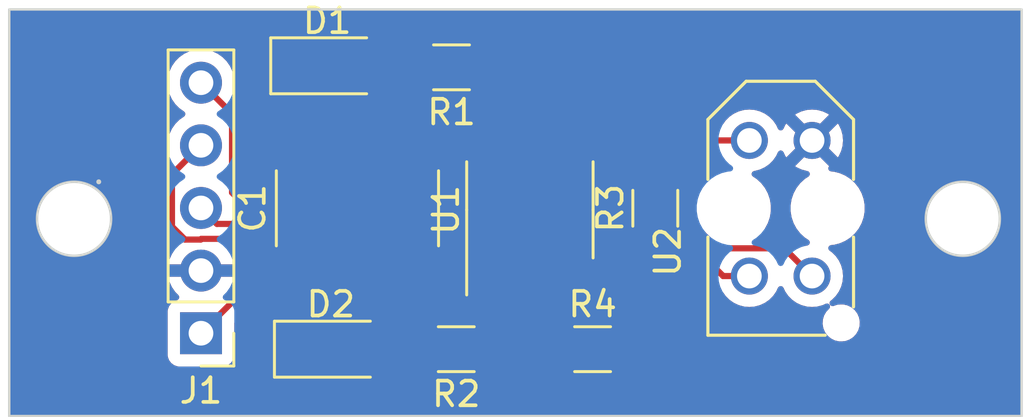
<source format=kicad_pcb>
(kicad_pcb (version 20221018) (generator pcbnew)
  (layers (0 "F.Cu" signal) (31 "B.Cu" signal) (34 "B.Paste" user) (35 "F.Paste" user) (36 "B.SilkS" user "B.Silkscreen") (37 "F.SilkS" user "F.Silkscreen") (38 "B.Mask" user) (39 "F.Mask" user) (44 "Edge.Cuts" user))
  (net 0 "")
  (net 1 "VCC")
  (net 2 "GND")
  (net 3 "Net-(D1-A)")
  (net 4 "Net-(D2-A)")
  (net 5 "I2C_SCL")
  (net 6 "I2C_SDA")
  (net 7 "UPDI")
  (net 8 "LED_1")
  (net 9 "LED_2")
  (net 10 "Net-(R3-Pad2)")
  (net 11 "AC_IN")
  (footprint "Library:R_1206_3216Metric" (layer "F.Cu") (at 40.54375 24.5725 90)
    (fp_text reference "R3" (at 0 -1.82 90) (layer "F.SilkS"))
    (fp_text value "R_Small")
    (fp_line (start -0.727064 -0.91) (end 0.727064 -0.91) (stroke (width 0.12)) (layer "F.SilkS"))
    (fp_line (start -0.727064 0.91) (end 0.727064 0.91) (stroke (width 0.12)) (layer "F.SilkS"))
    (pad "1" smd roundrect (at -1.4625 0 90) (size 1.125 1.75) (layers "F.Cu" "F.Paste" "F.Mask") (roundrect_rratio 0.222222) (net 1 "VCC"))
    (pad "2" smd roundrect (at 1.4625 0 90) (size 1.125 1.75) (layers "F.Cu" "F.Paste" "F.Mask") (roundrect_rratio 0.222222) (net 10 "Net-(R3-Pad2)"))
  )
  (footprint "Library:SOIC-8_3.9x4.9mm_P1.27mm" (layer "F.Cu") (at 35.46375 24.6375 90)
    (fp_text reference "U1" (at 0 -3.4 90) (layer "F.SilkS"))
    (fp_text value "ATtiny412-SS")
    (fp_line (start 0 -2.56) (end -3.45 -2.56) (stroke (width 0.12)) (layer "F.SilkS"))
    (fp_line (start 0 -2.56) (end 1.95 -2.56) (stroke (width 0.12)) (layer "F.SilkS"))
    (fp_line (start 0 2.56) (end -1.95 2.56) (stroke (width 0.12)) (layer "F.SilkS"))
    (fp_line (start 0 2.56) (end 1.95 2.56) (stroke (width 0.12)) (layer "F.SilkS"))
    (pad "1" smd roundrect (at -2.475 -1.905 90) (size 1.95 0.6) (layers "F.Cu" "F.Paste" "F.Mask") (net 1 "VCC"))
    (pad "2" smd roundrect (at -2.475 -0.635 90) (size 1.95 0.6) (layers "F.Cu" "F.Paste" "F.Mask") (net 9 "LED_2"))
    (pad "3" smd roundrect (at -2.475 0.635 90) (size 1.95 0.6) (layers "F.Cu" "F.Paste" "F.Mask") (net 11 "AC_IN"))
    (pad "4" smd roundrect (at -2.475 1.905 90) (size 1.95 0.6) (layers "F.Cu" "F.Paste" "F.Mask") (net 6 "I2C_SDA"))
    (pad "5" smd roundrect (at 2.475 1.905 90) (size 1.95 0.6) (layers "F.Cu" "F.Paste" "F.Mask") (net 5 "I2C_SCL"))
    (pad "6" smd roundrect (at 2.475 0.635 90) (size 1.95 0.6) (layers "F.Cu" "F.Paste" "F.Mask") (net 7 "UPDI"))
    (pad "7" smd roundrect (at 2.475 -0.635 90) (size 1.95 0.6) (layers "F.Cu" "F.Paste" "F.Mask") (net 8 "LED_1"))
    (pad "8" smd roundrect (at 2.475 -1.905 90) (size 1.95 0.6) (layers "F.Cu" "F.Paste" "F.Mask") (net 2 "GND"))
  )
  (footprint "Library:LED_1206_3216Metric" (layer "F.Cu") (at 27.25125 18.795)
    (fp_text reference "D1" (at 0 -1.82) (layer "F.SilkS"))
    (fp_text value "LED_Small")
    (fp_line (start -2.285 -1.135) (end -2.285 1.135) (stroke (width 0.12)) (layer "F.SilkS"))
    (fp_line (start -2.285 1.135) (end 1.6 1.135) (stroke (width 0.12)) (layer "F.SilkS"))
    (fp_line (start 1.6 -1.135) (end -2.285 -1.135) (stroke (width 0.12)) (layer "F.SilkS"))
    (pad "1" smd roundrect (at -1.4 0) (size 1.25 1.75) (layers "F.Cu" "F.Paste" "F.Mask") (roundrect_rratio 0.2) (net 2 "GND"))
    (pad "2" smd roundrect (at 1.4 0) (size 1.25 1.75) (layers "F.Cu" "F.Paste" "F.Mask") (roundrect_rratio 0.2) (net 3 "Net-(D1-A)"))
  )
  (footprint "Library:R_1206_3216Metric" (layer "F.Cu") (at 32.28875 18.8575 180)
    (fp_text reference "R1" (at 0 -1.82) (layer "F.SilkS"))
    (fp_text value "R_Small")
    (fp_line (start -0.727064 -0.91) (end 0.727064 -0.91) (stroke (width 0.12)) (layer "F.SilkS"))
    (fp_line (start -0.727064 0.91) (end 0.727064 0.91) (stroke (width 0.12)) (layer "F.SilkS"))
    (pad "1" smd roundrect (at -1.4625 0 180) (size 1.125 1.75) (layers "F.Cu" "F.Paste" "F.Mask") (roundrect_rratio 0.222222) (net 8 "LED_1"))
    (pad "2" smd roundrect (at 1.4625 0 180) (size 1.125 1.75) (layers "F.Cu" "F.Paste" "F.Mask") (roundrect_rratio 0.222222) (net 3 "Net-(D1-A)"))
  )
  (footprint "Library:R_1206_3216Metric" (layer "F.Cu") (at 38.00375 30.2875)
    (fp_text reference "R4" (at 0 -1.82) (layer "F.SilkS"))
    (fp_text value "R_Small")
    (fp_line (start -0.727064 -0.91) (end 0.727064 -0.91) (stroke (width 0.12)) (layer "F.SilkS"))
    (fp_line (start -0.727064 0.91) (end 0.727064 0.91) (stroke (width 0.12)) (layer "F.SilkS"))
    (pad "1" smd roundrect (at -1.4625 0) (size 1.125 1.75) (layers "F.Cu" "F.Paste" "F.Mask") (roundrect_rratio 0.222222) (net 11 "AC_IN"))
    (pad "2" smd roundrect (at 1.4625 0) (size 1.125 1.75) (layers "F.Cu" "F.Paste" "F.Mask") (roundrect_rratio 0.222222) (net 2 "GND"))
  )
  (footprint "Library:PinHeader_1x05_P2.54mm_Vertical" (layer "F.Cu") (at 22.140874 29.640543 180)
    (fp_text reference "J1" (at 0 -2.33) (layer "F.SilkS"))
    (fp_text value "Conn_01x05")
    (fp_line (start -1.33 -1.33) (end 0 -1.33) (stroke (width 0.12)) (layer "F.SilkS"))
    (fp_line (start -1.33 0) (end -1.33 -1.33) (stroke (width 0.12)) (layer "F.SilkS"))
    (fp_line (start -1.33 1.27) (end -1.33 11.49) (stroke (width 0.12)) (layer "F.SilkS"))
    (fp_line (start -1.33 1.27) (end 1.33 1.27) (stroke (width 0.12)) (layer "F.SilkS"))
    (fp_line (start -1.33 11.49) (end 1.33 11.49) (stroke (width 0.12)) (layer "F.SilkS"))
    (fp_line (start 1.33 1.27) (end 1.33 11.49) (stroke (width 0.12)) (layer "F.SilkS"))
    (pad "1" thru_hole rect (at 0 0 180) (size 1.7 1.7) (drill 1) (layers "*.Cu" "*.Mask") (net 1 "VCC"))
    (pad "2" thru_hole oval (at 0 2.54 180) (size 1.7 1.7) (drill 1) (layers "*.Cu" "*.Mask") (net 2 "GND"))
    (pad "3" thru_hole oval (at 0 5.08 180) (size 1.7 1.7) (drill 1) (layers "*.Cu" "*.Mask") (net 5 "I2C_SCL"))
    (pad "4" thru_hole oval (at 0 7.62 180) (size 1.7 1.7) (drill 1) (layers "*.Cu" "*.Mask") (net 6 "I2C_SDA"))
    (pad "5" thru_hole oval (at 0 10.16 180) (size 1.7 1.7) (drill 1) (layers "*.Cu" "*.Mask") (net 7 "UPDI"))
  )
  (footprint "Library:C_2225_5664Metric" (layer "F.Cu") (at 28.47875 24.575 90)
    (fp_text reference "C1" (at 0 -4.25 90) (layer "F.SilkS"))
    (fp_text value "C_Small")
    (fp_line (start -1.522369 -3.285) (end 1.522369 -3.285) (stroke (width 0.12)) (layer "F.SilkS"))
    (fp_line (start -1.522369 3.285) (end 1.522369 3.285) (stroke (width 0.12)) (layer "F.SilkS"))
    (pad "1" smd roundrect (at -2.5375 0 90) (size 1.625 6.6) (layers "F.Cu" "F.Paste" "F.Mask") (roundrect_rratio 0.153846) (net 1 "VCC"))
    (pad "2" smd roundrect (at 2.5375 0 90) (size 1.625 6.6) (layers "F.Cu" "F.Paste" "F.Mask") (roundrect_rratio 0.153846) (net 2 "GND"))
  )
  (footprint "Library:tcrt5000" (layer "F.Cu") (at 45.62375 24.5725 90)
    (fp_text reference "U2" (at -1.76355 -4.57476 90) (layer "F.SilkS") (effects (font (size 1.004126 1.004126))))
    (fp_text value "TCRT5000")
    (fp_line (start -5.15 -2.95) (end -1.17 -2.95) (stroke (width 0.127)) (layer "F.SilkS"))
    (fp_line (start -5.15 1.8) (end -5.15 -2.95) (stroke (width 0.127)) (layer "F.SilkS"))
    (fp_line (start -4 2.95) (end -1.17 2.95) (stroke (width 0.127)) (layer "F.SilkS"))
    (fp_line (start 1.17 2.95) (end 3.6 2.95) (stroke (width 0.127)) (layer "F.SilkS"))
    (fp_line (start 3.6 -2.95) (end 1.17 -2.95) (stroke (width 0.127)) (layer "F.SilkS"))
    (fp_line (start 3.6 -2.95) (end 5.15 -1.4) (stroke (width 0.127)) (layer "F.SilkS"))
    (fp_line (start 3.6 2.95) (end 5.15 1.4) (stroke (width 0.127)) (layer "F.SilkS"))
    (fp_line (start 5.15 1.4) (end 5.15 -1.4) (stroke (width 0.127)) (layer "F.SilkS"))
    (pad "" np_thru_hole circle (at -4.65 2.45 90) (size 1 1) (drill 1) (layers "*.Cu" "*.Mask"))
    (pad "" np_thru_hole circle (at 0 -1.9 90) (size 2.5 2.5) (drill 2.5) (layers "*.Cu" "*.Mask"))
    (pad "" np_thru_hole circle (at 0 1.9 90) (size 2.5 2.5) (drill 2.5) (layers "*.Cu" "*.Mask"))
    (pad "A" thru_hole circle (at 2.75 -1.27 90) (size 1.5 1.5) (drill 1) (layers "*.Cu" "*.Mask") (net 10 "Net-(R3-Pad2)"))
    (pad "CATH" thru_hole circle (at 2.75 1.27 90) (size 1.5 1.5) (drill 1) (layers "*.Cu" "*.Mask") (net 2 "GND"))
    (pad "COLL" thru_hole circle (at -2.75 -1.27 90) (size 1.5 1.5) (drill 1) (layers "*.Cu" "*.Mask") (net 1 "VCC"))
    (pad "E" thru_hole circle (at -2.75 1.27 90) (size 1.5 1.5) (drill 1) (layers "*.Cu" "*.Mask") (net 11 "AC_IN"))
  )
  (footprint "Library:R_1206_3216Metric" (layer "F.Cu") (at 32.48125 30.2875 180)
    (fp_text reference "R2" (at 0 -1.82) (layer "F.SilkS"))
    (fp_text value "R_Small")
    (fp_line (start -0.727064 -0.91) (end 0.727064 -0.91) (stroke (width 0.12)) (layer "F.SilkS"))
    (fp_line (start -0.727064 0.91) (end 0.727064 0.91) (stroke (width 0.12)) (layer "F.SilkS"))
    (pad "1" smd roundrect (at -1.4625 0 180) (size 1.125 1.75) (layers "F.Cu" "F.Paste" "F.Mask") (roundrect_rratio 0.222222) (net 9 "LED_2"))
    (pad "2" smd roundrect (at 1.4625 0 180) (size 1.125 1.75) (layers "F.Cu" "F.Paste" "F.Mask") (roundrect_rratio 0.222222) (net 4 "Net-(D2-A)"))
  )
  (footprint "Library:LED_1206_3216Metric" (layer "F.Cu") (at 27.40125 30.2875)
    (fp_text reference "D2" (at 0 -1.82) (layer "F.SilkS"))
    (fp_text value "LED_Small")
    (fp_line (start -2.285 -1.135) (end -2.285 1.135) (stroke (width 0.12)) (layer "F.SilkS"))
    (fp_line (start -2.285 1.135) (end 1.6 1.135) (stroke (width 0.12)) (layer "F.SilkS"))
    (fp_line (start 1.6 -1.135) (end -2.285 -1.135) (stroke (width 0.12)) (layer "F.SilkS"))
    (pad "1" smd roundrect (at -1.4 0) (size 1.25 1.75) (layers "F.Cu" "F.Paste" "F.Mask") (roundrect_rratio 0.2) (net 2 "GND"))
    (pad "2" smd roundrect (at 1.4 0) (size 1.25 1.75) (layers "F.Cu" "F.Paste" "F.Mask") (roundrect_rratio 0.2) (net 4 "Net-(D2-A)"))
  )
  (gr_rect (start 14.375 16.51) (end 55.38 33) (stroke (width 0.1)) (fill none) (layer "Edge.Cuts"))
  (gr_circle (center 17 25) (end 17 23.5) (stroke (width 0.1)) (fill none) (layer "Edge.Cuts"))
  (gr_circle (center 53 25) (end 53 23.5) (stroke (width 0.1)) (fill none) (layer "Edge.Cuts"))
  (gr_circle (center 18 23.5) (end 18 23.5) (stroke (width 0.1)) (fill none) (layer "Edge.Cuts"))
  (segment (start 42.00625 26.035) (end 43.29375 27.3225) (width 0.25) (layer "F.Cu") (net 1))
  (segment (start 40.54375 26.035) (end 40.54375 27.7475) (width 0.25) (layer "F.Cu") (net 1))
  (segment (start 28.47875 27.1125) (end 33.55875 27.1125) (width 0.25) (layer "F.Cu") (net 1))
  (segment (start 37.02885 31.5575) (end 38.00375 30.5826) (width 0.25) (layer "F.Cu") (net 1))
  (segment (start 28.47875 27.1125) (end 27.20875 28.3825) (width 0.25) (layer "F.Cu") (net 1))
  (segment (start 28.47875 27.1125) (end 24.668917 27.1125) (width 0.25) (layer "F.Cu") (net 1))
  (segment (start 27.84375 31.5575) (end 37.02885 31.5575) (width 0.25) (layer "F.Cu") (net 1))
  (segment (start 40.54375 26.035) (end 42.00625 26.035) (width 0.25) (layer "F.Cu") (net 1))
  (segment (start 38.00375 29.9924) (end 38.97865 29.0175) (width 0.25) (layer "F.Cu") (net 1))
  (segment (start 43.29375 27.3225) (end 44.35375 27.3225) (width 0.25) (layer "F.Cu") (net 1))
  (segment (start 38.97865 29.0175) (end 39.27375 29.0175) (width 0.25) (layer "F.Cu") (net 1))
  (segment (start 27.20875 30.9225) (end 27.84375 31.5575) (width 0.25) (layer "F.Cu") (net 1))
  (segment (start 24.668917 27.1125) (end 22.140874 29.640543) (width 0.25) (layer "F.Cu") (net 1))
  (segment (start 38.00375 30.5826) (end 38.00375 29.9924) (width 0.25) (layer "F.Cu") (net 1))
  (segment (start 27.20875 28.3825) (end 27.20875 30.9225) (width 0.25) (layer "F.Cu") (net 1))
  (segment (start 39.27375 29.0175) (end 40.54375 27.7475) (width 0.25) (layer "F.Cu") (net 1))
  (segment (start 30.82625 18.8575) (end 28.71375 18.8575) (width 0.25) (layer "F.Cu") (net 3))
  (segment (start 28.71375 18.8575) (end 28.65125 18.795) (width 0.25) (layer "F.Cu") (net 3))
  (segment (start 31.01875 30.2875) (end 28.80125 30.2875) (width 0.25) (layer "F.Cu") (net 4))
  (segment (start 22.787831 25.2075) (end 36.73375 25.2075) (width 0.25) (layer "F.Cu") (net 5))
  (segment (start 22.140874 24.560543) (end 22.787831 25.2075) (width 0.25) (layer "F.Cu") (net 5))
  (segment (start 36.73375 25.2075) (end 37.36875 24.5725) (width 0.25) (layer "F.Cu") (net 5))
  (segment (start 37.36875 24.5725) (end 37.36875 22.1625) (width 0.25) (layer "F.Cu") (net 5))
  (segment (start 36.449658 25.8125) (end 37.36875 26.731592) (width 0.25) (layer "F.Cu") (net 6))
  (segment (start 37.36875 26.731592) (end 37.36875 27.1125) (width 0.25) (layer "F.Cu") (net 6))
  (segment (start 20.965874 23.195543) (end 20.965874 25.314624) (width 0.25) (layer "F.Cu") (net 6))
  (segment (start 22.140874 22.020543) (end 20.965874 23.195543) (width 0.25) (layer "F.Cu") (net 6))
  (segment (start 22.15875 25.8125) (end 36.449658 25.8125) (width 0.25) (layer "F.Cu") (net 6))
  (segment (start 20.965874 25.314624) (end 21.49375 25.8425) (width 0.25) (layer "F.Cu") (net 6))
  (segment (start 21.49375 25.8425) (end 22.12875 25.8425) (width 0.25) (layer "F.Cu") (net 6))
  (segment (start 22.12875 25.8425) (end 22.15875 25.8125) (width 0.25) (layer "F.Cu") (net 6))
  (segment (start 36.09875 23.4875) (end 36.09875 22.1625) (width 0.25) (layer "F.Cu") (net 7))
  (segment (start 23.39875 23.9375) (end 24.21875 24.7575) (width 0.25) (layer "F.Cu") (net 7))
  (segment (start 34.82875 24.7575) (end 36.09875 23.4875) (width 0.25) (layer "F.Cu") (net 7))
  (segment (start 23.39875 20.738419) (end 23.39875 23.9375) (width 0.25) (layer "F.Cu") (net 7))
  (segment (start 24.21875 24.7575) (end 34.82875 24.7575) (width 0.25) (layer "F.Cu") (net 7))
  (segment (start 22.140874 19.480543) (end 23.39875 20.738419) (width 0.25) (layer "F.Cu") (net 7))
  (segment (start 34.82875 22.1625) (end 34.82875 19.935) (width 0.25) (layer "F.Cu") (net 8))
  (segment (start 34.82875 19.935) (end 33.75125 18.8575) (width 0.25) (layer "F.Cu") (net 8))
  (segment (start 34.82875 29.4025) (end 33.94375 30.2875) (width 0.25) (layer "F.Cu") (net 9))
  (segment (start 34.82875 27.1125) (end 34.82875 29.4025) (width 0.25) (layer "F.Cu") (net 9))
  (segment (start 41.83125 21.8225) (end 40.54375 23.11) (width 0.25) (layer "F.Cu") (net 10))
  (segment (start 44.35375 21.8225) (end 41.83125 21.8225) (width 0.25) (layer "F.Cu") (net 10))
  (segment (start 43.050653 26.1975) (end 45.76875 26.1975) (width 0.25) (layer "F.Cu") (net 11))
  (segment (start 39.34375 27.485) (end 39.34375 25.4774) (width 0.25) (layer "F.Cu") (net 11))
  (segment (start 39.34375 25.4774) (end 40.24865 24.5725) (width 0.25) (layer "F.Cu") (net 11))
  (segment (start 45.76875 26.1975) (end 46.89375 27.3225) (width 0.25) (layer "F.Cu") (net 11))
  (segment (start 36.54125 29.46) (end 36.09875 29.0175) (width 0.25) (layer "F.Cu") (net 11))
  (segment (start 40.24865 24.5725) (end 41.425653 24.5725) (width 0.25) (layer "F.Cu") (net 11))
  (segment (start 36.54125 30.2875) (end 39.34375 27.485) (width 0.25) (layer "F.Cu") (net 11))
  (segment (start 41.425653 24.5725) (end 43.050653 26.1975) (width 0.25) (layer "F.Cu") (net 11))
  (segment (start 36.09875 29.0175) (end 36.09875 27.1125) (width 0.25) (layer "F.Cu") (net 11))
  (segment (start 36.54125 30.2875) (end 36.54125 29.46) (width 0.25) (layer "F.Cu") (net 11))
  (zone (net 2) (net_name "GND") (layer "F.Cu") (connect_pads (clearance 0.5)) (min_thickness 0.25) (fill yes (thermal_gap 0.5) (thermal_bridge_width 0.5) (smoothing fillet) (radius 1))
    (polygon (pts (xy 55.5 16.5) (xy 55.5 33) (xy 14 33) (xy 14 16.5)))
  )
  (zone (net 2) (net_name "GND") (layer "B.Cu") (priority 1) (connect_pads (clearance 0.5)) (min_thickness 0.25) (fill yes (thermal_gap 0.5) (thermal_bridge_width 0.5))
    (polygon (pts (xy 14 16.5) (xy 55.5 16.5) (xy 55.5 33) (xy 14 33)))
  )
)
</source>
